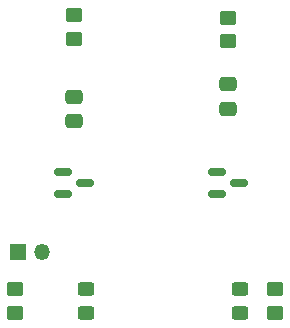
<source format=gbr>
%TF.GenerationSoftware,KiCad,Pcbnew,6.0.11+dfsg-1~bpo11+1*%
%TF.CreationDate,2023-06-10T16:56:12+02:00*%
%TF.ProjectId,myschematic,6d797363-6865-46d6-9174-69632e6b6963,rev?*%
%TF.SameCoordinates,Original*%
%TF.FileFunction,Soldermask,Top*%
%TF.FilePolarity,Negative*%
%FSLAX46Y46*%
G04 Gerber Fmt 4.6, Leading zero omitted, Abs format (unit mm)*
G04 Created by KiCad (PCBNEW 6.0.11+dfsg-1~bpo11+1) date 2023-06-10 16:56:12*
%MOMM*%
%LPD*%
G01*
G04 APERTURE LIST*
G04 Aperture macros list*
%AMRoundRect*
0 Rectangle with rounded corners*
0 $1 Rounding radius*
0 $2 $3 $4 $5 $6 $7 $8 $9 X,Y pos of 4 corners*
0 Add a 4 corners polygon primitive as box body*
4,1,4,$2,$3,$4,$5,$6,$7,$8,$9,$2,$3,0*
0 Add four circle primitives for the rounded corners*
1,1,$1+$1,$2,$3*
1,1,$1+$1,$4,$5*
1,1,$1+$1,$6,$7*
1,1,$1+$1,$8,$9*
0 Add four rect primitives between the rounded corners*
20,1,$1+$1,$2,$3,$4,$5,0*
20,1,$1+$1,$4,$5,$6,$7,0*
20,1,$1+$1,$6,$7,$8,$9,0*
20,1,$1+$1,$8,$9,$2,$3,0*%
G04 Aperture macros list end*
%ADD10O,1.350000X1.350000*%
%ADD11R,1.350000X1.350000*%
%ADD12RoundRect,0.250000X-0.450000X0.350000X-0.450000X-0.350000X0.450000X-0.350000X0.450000X0.350000X0*%
%ADD13RoundRect,0.150000X-0.587500X-0.150000X0.587500X-0.150000X0.587500X0.150000X-0.587500X0.150000X0*%
%ADD14RoundRect,0.250000X-0.450000X0.325000X-0.450000X-0.325000X0.450000X-0.325000X0.450000X0.325000X0*%
%ADD15RoundRect,0.250000X-0.475000X0.337500X-0.475000X-0.337500X0.475000X-0.337500X0.475000X0.337500X0*%
G04 APERTURE END LIST*
D10*
%TO.C,J1*%
X22250000Y-54810000D03*
D11*
X20250000Y-54810000D03*
%TD*%
D12*
%TO.C,R4*%
X42000000Y-60000000D03*
X42000000Y-58000000D03*
%TD*%
%TO.C,R3*%
X25000000Y-34772936D03*
X25000000Y-36772936D03*
%TD*%
%TO.C,R2*%
X38000000Y-35000000D03*
X38000000Y-37000000D03*
%TD*%
%TO.C,R1*%
X20000000Y-60000000D03*
X20000000Y-58000000D03*
%TD*%
D13*
%TO.C,Q2*%
X37062500Y-48050000D03*
X37062500Y-49950000D03*
X38937500Y-49000000D03*
%TD*%
%TO.C,Q1*%
X24062500Y-48050000D03*
X24062500Y-49950000D03*
X25937500Y-49000000D03*
%TD*%
D14*
%TO.C,D2*%
X39000000Y-57975000D03*
X39000000Y-60025000D03*
%TD*%
%TO.C,D1*%
X26000000Y-57975000D03*
X26000000Y-60025000D03*
%TD*%
D15*
%TO.C,C2*%
X25000000Y-43776248D03*
X25000000Y-41701248D03*
%TD*%
%TO.C,C1*%
X38000000Y-40626248D03*
X38000000Y-42701248D03*
%TD*%
M02*

</source>
